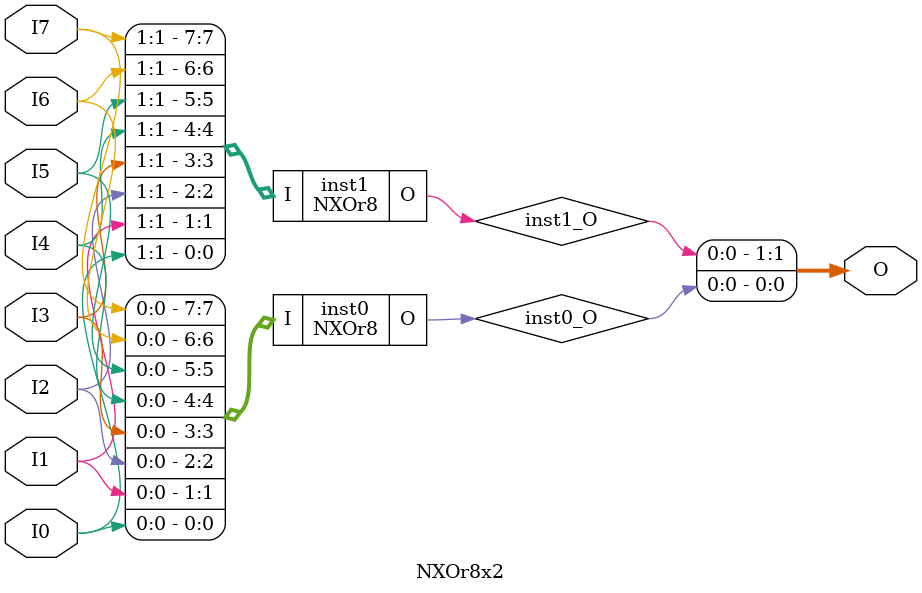
<source format=v>
module NXOr8 (input [7:0] I, output  O);
wire  inst0_O;
wire  inst1_O;
wire  inst2_O;
wire  inst3_O;
wire  inst4_O;
wire  inst5_O;
wire  inst6_O;
wire  inst7_O;
SB_LUT4 #(.LUT_INIT(16'h9999)) inst0 (.I0(1'b1), .I1(I[0]), .I2(1'b0), .I3(1'b0), .O(inst0_O));
SB_LUT4 #(.LUT_INIT(16'h9999)) inst1 (.I0(inst0_O), .I1(I[1]), .I2(1'b0), .I3(1'b0), .O(inst1_O));
SB_LUT4 #(.LUT_INIT(16'h9999)) inst2 (.I0(inst1_O), .I1(I[2]), .I2(1'b0), .I3(1'b0), .O(inst2_O));
SB_LUT4 #(.LUT_INIT(16'h9999)) inst3 (.I0(inst2_O), .I1(I[3]), .I2(1'b0), .I3(1'b0), .O(inst3_O));
SB_LUT4 #(.LUT_INIT(16'h9999)) inst4 (.I0(inst3_O), .I1(I[4]), .I2(1'b0), .I3(1'b0), .O(inst4_O));
SB_LUT4 #(.LUT_INIT(16'h9999)) inst5 (.I0(inst4_O), .I1(I[5]), .I2(1'b0), .I3(1'b0), .O(inst5_O));
SB_LUT4 #(.LUT_INIT(16'h9999)) inst6 (.I0(inst5_O), .I1(I[6]), .I2(1'b0), .I3(1'b0), .O(inst6_O));
SB_LUT4 #(.LUT_INIT(16'h9999)) inst7 (.I0(inst6_O), .I1(I[7]), .I2(1'b0), .I3(1'b0), .O(inst7_O));
assign O = inst7_O;
endmodule

module NXOr8x2 (input [1:0] I0, input [1:0] I1, input [1:0] I2, input [1:0] I3, input [1:0] I4, input [1:0] I5, input [1:0] I6, input [1:0] I7, output [1:0] O);
wire  inst0_O;
wire  inst1_O;
NXOr8 inst0 (.I({I7[0],I6[0],I5[0],I4[0],I3[0],I2[0],I1[0],I0[0]}), .O(inst0_O));
NXOr8 inst1 (.I({I7[1],I6[1],I5[1],I4[1],I3[1],I2[1],I1[1],I0[1]}), .O(inst1_O));
assign O = {inst1_O,inst0_O};
endmodule


</source>
